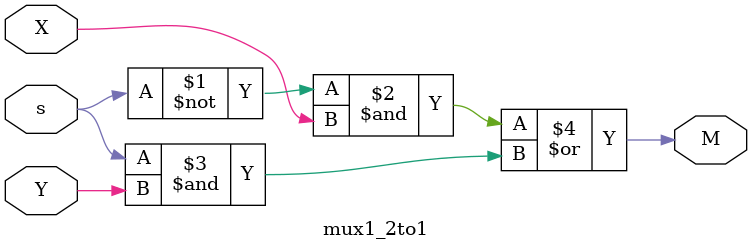
<source format=v>

module part2 (input [3:0] A, B,
									input Cin,
									output [3:0] S,
									output Cout);

// Declaring intermediate carries
wire c1,c2,c3;
// Instantiating 4 full-adders
full_adder fa0(A[0],B[0],Cin,S[0],c1);
full_adder fa1(A[1],B[1],c1,S[1],c2);
full_adder fa2(A[2],B[2],c2,S[2],c3);
full_adder fa3(A[3],B[3],c3,S[3],Cout);

// Module complete									
endmodule


//-------------------------------------------------------------

// Module for full-adder
module full_adder(input a,b,cin, output s,cout);

// Intermediate connections
wire t0;

// Describing the full adder using 2 xor gates and a mux

xor xor0(t0,a,b);
xor xor1(s,cin,t0);
mux1_2to1 mux0(b,cin,t0,cout);

// Module complete
endmodule


//-------------------------------------------------------------

// Module for 1-bit wide 2-to-1 MUX
module mux1_2to1(X,Y,s,M);

// Declaring inputs
input X,Y;	// MUX inputs
input s; // Select bit

// Declaring output
output M;

// Creating MUX using assign statement
assign M = (~s & X) | (s & Y);
// Module complete
endmodule

//-------------------------------------------------------------



</source>
